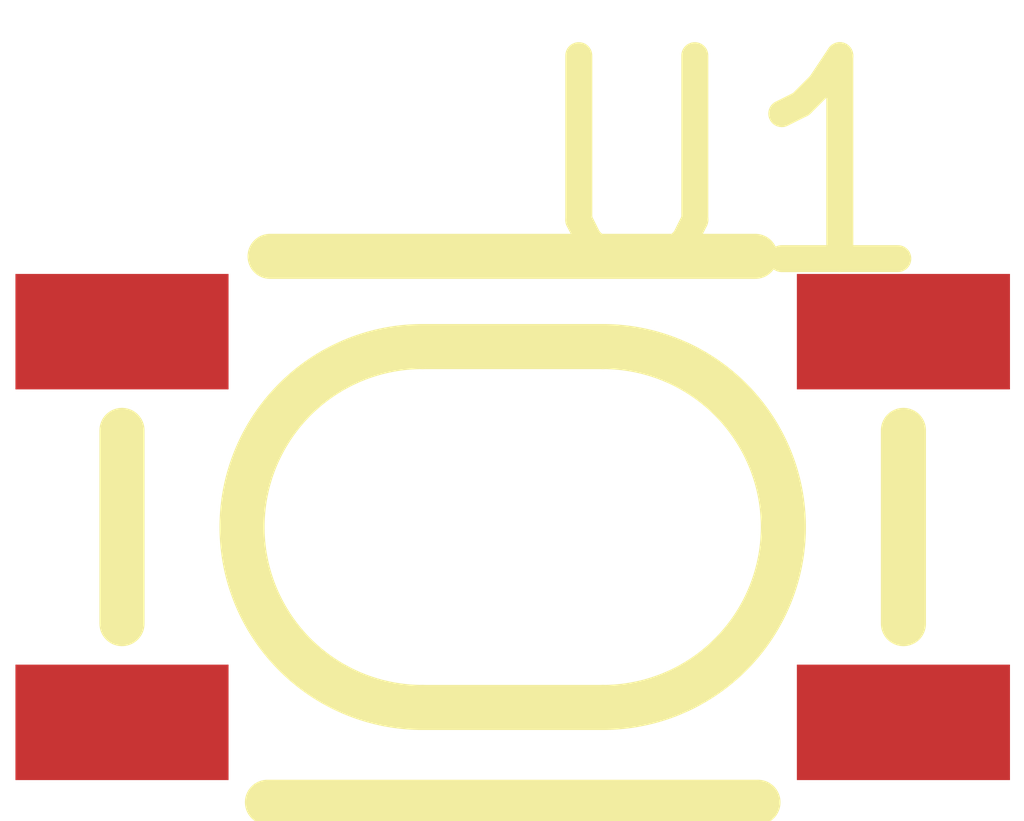
<source format=kicad_pcb>
(kicad_pcb (version 20171130) (host pcbnew "(5.1.5)-3") (page "A4") (layers (0 "F.Cu" signal) (31 "B.Cu" signal) (32 "B.Adhes" user) (33 "F.Adhes" user) (34 "B.Paste" user) (35 "F.Paste" user) (36 "B.SilkS" user) (37 "F.SilkS" user) (38 "B.Mask" user) (39 "F.Mask" user) (40 "Dwgs.User" user) (41 "Cmts.User" user) (42 "Eco1.User" user) (43 "Eco2.User" user) (44 "Edge.Cuts" user) (45 "Margin" user) (46 "B.CrtYd" user) (47 "F.CrtYd" user) (48 "B.Fab" user hide) (49 "F.Fab" user hide)) (net 0 "") (module "easyeda:KEY-SMD_4P-L4.2-W3.2-P2.20-LS5.1-TL" (layer "F.Cu") (at 12.7 12.7) (attr smd) (fp_text value "KEY-SMD_4P-L4.2-W3.2-P2.20-LS5.1-TL" (at 0 -3.81 0) (layer "F.Fab") hide (effects (font (size 1.143 1.143) (thickness 0.152)) (justify left))) (fp_text reference "U1" (at 0 -2.032 0) (layer "F.SilkS") (effects (font (size 1.143 1.143) (thickness 0.152)) (justify left))) (fp_line (start -0.508 -1.016) (end 0.508 -1.016) (width 0.254) (layer "F.SilkS")) (fp_line (start -0.508 1.016) (end 0.508 1.016) (width 0.254) (layer "F.SilkS")) (fp_line (start 2.2 -0.544) (end 2.2 0.544) (width 0.254) (layer "F.SilkS")) (fp_line (start 1.366 -1.524) (end -1.366 -1.524) (width 0.254) (layer "F.SilkS")) (fp_line (start -2.2 -0.544) (end -2.2 0.544) (width 0.254) (layer "F.SilkS")) (fp_line (start -1.381 1.55) (end 1.381 1.55) (width 0.254) (layer "F.SilkS")) (fp_arc (start -0.508 0) (end -0.508 1.016) (angle 180) (width 0.254) (layer "F.SilkS")) (fp_arc (start 0.508 0) (end 0.508 -1.016) (angle 180) (width 0.254) (layer "F.SilkS")) (pad 1 smd rect (at -2.2 -1.1 0) (size 1.2 0.65) (layers "F.Cu" "F.Paste" "F.Mask")) (pad 2 smd rect (at 2.2 -1.1 0) (size 1.2 0.65) (layers "F.Cu" "F.Paste" "F.Mask")) (pad 3 smd rect (at -2.2 1.1 0) (size 1.2 0.65) (layers "F.Cu" "F.Paste" "F.Mask")) (pad 4 smd rect (at 2.2 1.1 0) (size 1.2 0.65) (layers "F.Cu" "F.Paste" "F.Mask")) (fp_text user gge151 (at 0 0) (layer "Cmts.User") (effects (font (size 1 1) (thickness 0.15))))))
</source>
